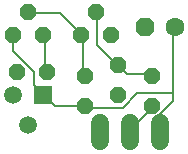
<source format=gtl>
G75*
%MOIN*%
%OFA0B0*%
%FSLAX25Y25*%
%IPPOS*%
%LPD*%
%AMOC8*
5,1,8,0,0,1.08239X$1,22.5*
%
%ADD10OC8,0.05200*%
%ADD11C,0.06000*%
%ADD12R,0.05900X0.05900*%
%ADD13C,0.05900*%
%ADD14OC8,0.06300*%
%ADD15C,0.06300*%
%ADD16C,0.00600*%
D10*
X0033050Y0021800D03*
X0033050Y0031800D03*
X0044300Y0035550D03*
X0044300Y0025550D03*
X0055550Y0021800D03*
X0055550Y0031800D03*
X0041800Y0045550D03*
X0036800Y0053050D03*
X0031800Y0045550D03*
X0019300Y0045550D03*
X0014300Y0053050D03*
X0009300Y0045550D03*
X0010550Y0033050D03*
X0020550Y0033050D03*
D11*
X0038050Y0016050D02*
X0038050Y0010050D01*
X0048050Y0010050D02*
X0048050Y0016050D01*
X0058050Y0016050D02*
X0058050Y0010050D01*
D12*
X0019300Y0025550D03*
D13*
X0014300Y0015550D03*
X0009300Y0025550D03*
D14*
X0053050Y0048050D03*
D15*
X0063050Y0048050D03*
D16*
X0062550Y0047850D01*
X0062550Y0026150D01*
X0050650Y0026150D01*
X0045750Y0021250D01*
X0033150Y0021250D01*
X0033050Y0021800D01*
X0032450Y0021950D01*
X0023350Y0021950D01*
X0019850Y0025450D01*
X0019300Y0025550D01*
X0019150Y0026150D01*
X0016350Y0028950D01*
X0016350Y0033150D01*
X0009350Y0040150D01*
X0009350Y0045050D01*
X0009300Y0045550D01*
X0014300Y0053050D02*
X0014950Y0052750D01*
X0024750Y0052750D01*
X0031750Y0045750D01*
X0031800Y0045550D01*
X0032450Y0045050D01*
X0032450Y0032450D01*
X0033050Y0031800D01*
X0037350Y0042250D02*
X0043650Y0035950D01*
X0044300Y0035550D01*
X0044350Y0035250D01*
X0047150Y0032450D01*
X0055550Y0032450D01*
X0055550Y0031800D01*
X0062550Y0026150D02*
X0062550Y0023350D01*
X0058350Y0019150D01*
X0058350Y0013550D01*
X0058050Y0013050D01*
X0055550Y0021250D02*
X0055550Y0021800D01*
X0055550Y0021250D02*
X0047850Y0013550D01*
X0048050Y0013050D01*
X0020550Y0033050D02*
X0020550Y0033150D01*
X0019850Y0033850D01*
X0019850Y0045050D01*
X0019300Y0045550D01*
X0036800Y0053050D02*
X0037350Y0052750D01*
X0037350Y0042250D01*
M02*

</source>
